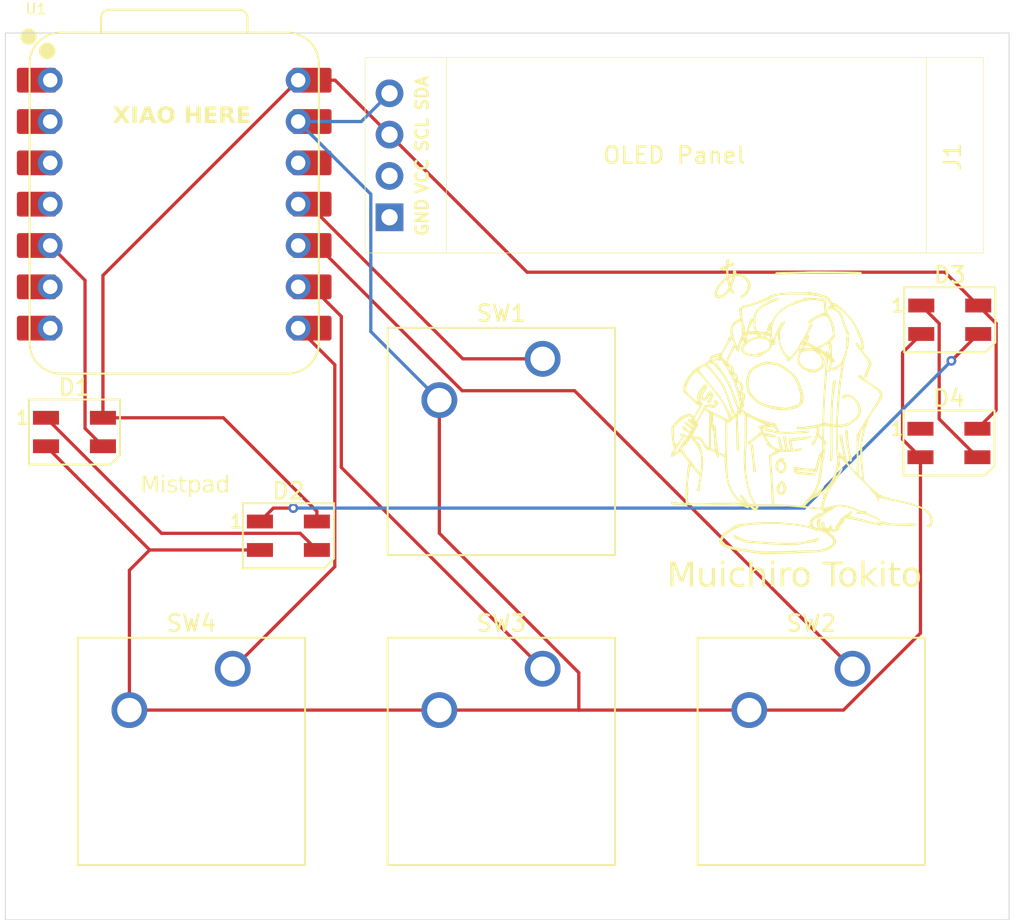
<source format=kicad_pcb>
(kicad_pcb (version 20241229) (generator "pcbnew") (generator_version "9.0")
  (layers (0 "F.Cu" signal) (2 "B.Cu" signal) (13 "F.Paste" user) (15 "B.Paste" user) (5 "F.SilkS" user "F.Silkscreen") (7 "B.SilkS" user "B.Silkscreen") (1 "F.Mask" user) (3 "B.Mask" user) (25 "Edge.Cuts" user))
  (net 0 "")
  (net 1 "+5V")
  (net 2 "Net-(D1-DIN)")
  (net 3 "Net-(D1-DOUT)")
  (net 4 "GND")
  (net 5 "Net-(U1-GPIO1{slash}RX)")
  (net 6 "Net-(U1-GPIO2{slash}SCK)")
  (net 7 "Net-(U1-GPIO4{slash}MISO)")
  (net 8 "Net-(U1-GPIO3{slash}MOSI)")
  (net 16 "SCL")
  (net 17 "SCD")
  (net 18 "Net-(D2-DOUT)")
  (net 19 "Net-(D3-DOUT)")
  (footprint "Button_Switch_Keyboard:SW_Cherry_MX_1.00u_PCB" (layer "F.Cu") (at 112.0775 102.07625)
    (property "Reference" "SW4" (at -2.54 -2.794 0) (layer "F.SilkS"))
    (property "Value" "SW_Push")
    (pad "" np_thru_hole circle (at -7.62 5.08) (size 1.7 1.7) (drill 1.7) (layers "*.Cu" "*.Mask"))
    (pad "" np_thru_hole circle (at -2.54 5.08) (size 4 4) (drill 4) (layers "*.Cu" "*.Mask"))
    (pad "" np_thru_hole circle (at 2.54 5.08) (size 1.7 1.7) (drill 1.7) (layers "*.Cu" "*.Mask"))
    (pad "1" thru_hole circle (at 0 0) (size 2.2 2.2) (drill 1.5) (layers "*.Cu" "*.Mask") (net 5 "Net-(U1-GPIO1{slash}RX)"))
    (pad "2" thru_hole circle (at -6.35 2.54) (size 2.2 2.2) (drill 1.5) (layers "*.Cu" "*.Mask") (net 4 "GND"))
  )
  (footprint "Button_Switch_Keyboard:SW_Cherry_MX_1.00u_PCB" (layer "F.Cu") (at 150.1775 102.07625)
    (property "Reference" "SW2" (at -2.54 -2.794 0) (layer "F.SilkS"))
    (property "Value" "SW_Push")
    (pad "" np_thru_hole circle (at -7.62 5.08) (size 1.7 1.7) (drill 1.7) (layers "*.Cu" "*.Mask"))
    (pad "" np_thru_hole circle (at -2.54 5.08) (size 4 4) (drill 4) (layers "*.Cu" "*.Mask"))
    (pad "" np_thru_hole circle (at 2.54 5.08) (size 1.7 1.7) (drill 1.7) (layers "*.Cu" "*.Mask"))
    (pad "1" thru_hole circle (at 0 0) (size 2.2 2.2) (drill 1.5) (layers "*.Cu" "*.Mask") (net 7 "Net-(U1-GPIO4{slash}MISO)"))
    (pad "2" thru_hole circle (at -6.35 2.54) (size 2.2 2.2) (drill 1.5) (layers "*.Cu" "*.Mask") (net 4 "GND"))
  )
  (footprint "OPL Lib:XIAO-RP2040-DIP" (layer "F.Cu") (at 108.48 73.52)
    (property "Reference" "U1" (at -8.5 -12 0) (layer "F.SilkS") (effects (font (size 0.635 0.635) (thickness 0.1016))))
    (property "Value" "XIAO-RP2040-DIP")
    (pad "1" smd roundrect (at -8.455 -7.62 180) (size 2.432 1.524) (layers "F.Cu" "F.Mask") (roundrect_rratio 0.1))
    (pad "1" thru_hole circle (at -7.62 -7.62 180) (size 1.524 1.524) (drill 0.889) (layers "*.Cu" "*.Mask"))
    (pad "2" smd roundrect (at -8.455 -5.08 180) (size 2.432 1.524) (layers "F.Cu" "F.Mask") (roundrect_rratio 0.1))
    (pad "2" thru_hole circle (at -7.62 -5.08 180) (size 1.524 1.524) (drill 0.889) (layers "*.Cu" "*.Mask"))
    (pad "3" smd roundrect (at -8.455 -2.54 180) (size 2.432 1.524) (layers "F.Cu" "F.Mask") (roundrect_rratio 0.1))
    (pad "3" thru_hole circle (at -7.62 -2.54 180) (size 1.524 1.524) (drill 0.889) (layers "*.Cu" "*.Mask"))
    (pad "4" smd roundrect (at -8.455 0 180) (size 2.432 1.524) (layers "F.Cu" "F.Mask") (roundrect_rratio 0.1))
    (pad "4" thru_hole circle (at -7.62 0 180) (size 1.524 1.524) (drill 0.889) (layers "*.Cu" "*.Mask"))
    (pad "5" smd roundrect (at -8.455 2.54 180) (size 2.432 1.524) (layers "F.Cu" "F.Mask") (roundrect_rratio 0.1) (net 2 "Net-(D1-DIN)"))
    (pad "5" thru_hole circle (at -7.62 2.54 180) (size 1.524 1.524) (drill 0.889) (layers "*.Cu" "*.Mask") (net 2 "Net-(D1-DIN)"))
    (pad "6" smd roundrect (at -8.455 5.08 180) (size 2.432 1.524) (layers "F.Cu" "F.Mask") (roundrect_rratio 0.1))
    (pad "6" thru_hole circle (at -7.62 5.08 180) (size 1.524 1.524) (drill 0.889) (layers "*.Cu" "*.Mask"))
    (pad "7" smd roundrect (at -8.455 7.62 180) (size 2.432 1.524) (layers "F.Cu" "F.Mask") (roundrect_rratio 0.1))
    (pad "7" thru_hole circle (at -7.62 7.62 180) (size 1.524 1.524) (drill 0.889) (layers "*.Cu" "*.Mask"))
    (pad "8" thru_hole circle (at 7.62 7.62) (size 1.524 1.524) (drill 0.889) (layers "*.Cu" "*.Mask") (net 5 "Net-(U1-GPIO1{slash}RX)"))
    (pad "8" smd roundrect (at 8.455 7.62) (size 2.432 1.524) (layers "F.Cu" "F.Mask") (roundrect_rratio 0.1) (net 5 "Net-(U1-GPIO1{slash}RX)"))
    (pad "9" thru_hole circle (at 7.62 5.08) (size 1.524 1.524) (drill 0.889) (layers "*.Cu" "*.Mask") (net 6 "Net-(U1-GPIO2{slash}SCK)"))
    (pad "9" smd roundrect (at 8.455 5.08) (size 2.432 1.524) (layers "F.Cu" "F.Mask") (roundrect_rratio 0.1) (net 6 "Net-(U1-GPIO2{slash}SCK)"))
    (pad "10" thru_hole circle (at 7.62 2.54) (size 1.524 1.524) (drill 0.889) (layers "*.Cu" "*.Mask") (net 7 "Net-(U1-GPIO4{slash}MISO)"))
    (pad "10" smd roundrect (at 8.455 2.54) (size 2.432 1.524) (layers "F.Cu" "F.Mask") (roundrect_rratio 0.1) (net 7 "Net-(U1-GPIO4{slash}MISO)"))
    (pad "11" thru_hole circle (at 7.62 0) (size 1.524 1.524) (drill 0.889) (layers "*.Cu" "*.Mask") (net 8 "Net-(U1-GPIO3{slash}MOSI)"))
    (pad "11" smd roundrect (at 8.455 0) (size 2.432 1.524) (layers "F.Cu" "F.Mask") (roundrect_rratio 0.1) (net 8 "Net-(U1-GPIO3{slash}MOSI)"))
    (pad "12" thru_hole circle (at 7.62 -2.54) (size 1.524 1.524) (drill 0.889) (layers "*.Cu" "*.Mask"))
    (pad "12" smd roundrect (at 8.455 -2.54) (size 2.432 1.524) (layers "F.Cu" "F.Mask") (roundrect_rratio 0.1))
    (pad "13" thru_hole circle (at 7.62 -5.08) (size 1.524 1.524) (drill 0.889) (layers "*.Cu" "*.Mask") (net 4 "GND"))
    (pad "13" smd roundrect (at 8.455 -5.08) (size 2.432 1.524) (layers "F.Cu" "F.Mask") (roundrect_rratio 0.1) (net 4 "GND"))
    (pad "14" thru_hole circle (at 7.62 -7.62) (size 1.524 1.524) (drill 0.889) (layers "*.Cu" "*.Mask") (net 1 "+5V"))
    (pad "14" smd roundrect (at 8.455 -7.62) (size 2.432 1.524) (layers "F.Cu" "F.Mask") (roundrect_rratio 0.1) (net 1 "+5V"))
  )
  (footprint "Design Lib:design" (layer "F.Cu") (at 146.6 86)
    (property "Reference" "Muichiro Tokito" (at 0 10.4 0) (layer "F.SilkS") (effects (font (size 1.5 1.5) (thickness 0.3))))
    (property "Value" "LOGO" (hide yes))
  )
  (footprint "LED_SMD:LED_SK6812MINI_PLCC4_3.5x3.5mm_P1.75mm" (layer "F.Cu") (at 156.15 80.625)
    (property "Reference" "D3" (at 0 -2.75 0) (layer "F.SilkS"))
    (property "Value" "SK6812MINI")
    (fp_text user "1" (at -3.2 -0.875 0) (layer "F.SilkS") (effects (font (size 0.8 0.8))))
    (pad "1" smd rect (at -1.75 -0.875) (size 1.6 0.85) (layers "F.Cu" "F.Mask" "F.Paste") (net 19 "Net-(D3-DOUT)"))
    (pad "2" smd rect (at -1.75 0.875) (size 1.6 0.85) (layers "F.Cu" "F.Mask" "F.Paste") (net 4 "GND"))
    (pad "3" smd rect (at 1.75 0.875) (size 1.6 0.85) (layers "F.Cu" "F.Mask" "F.Paste") (net 18 "Net-(D2-DOUT)"))
    (pad "4" smd rect (at 1.75 -0.875) (size 1.6 0.85) (layers "F.Cu" "F.Mask" "F.Paste") (net 1 "+5V"))
  )
  (footprint "Button_Switch_Keyboard:SW_Cherry_MX_1.00u_PCB" (layer "F.Cu") (at 131.1275 102.07625)
    (property "Reference" "SW3" (at -2.54 -2.794 0) (layer "F.SilkS"))
    (property "Value" "SW_Push")
    (pad "" np_thru_hole circle (at -7.62 5.08) (size 1.7 1.7) (drill 1.7) (layers "*.Cu" "*.Mask"))
    (pad "" np_thru_hole circle (at -2.54 5.08) (size 4 4) (drill 4) (layers "*.Cu" "*.Mask"))
    (pad "" np_thru_hole circle (at 2.54 5.08) (size 1.7 1.7) (drill 1.7) (layers "*.Cu" "*.Mask"))
    (pad "1" thru_hole circle (at 0 0) (size 2.2 2.2) (drill 1.5) (layers "*.Cu" "*.Mask") (net 6 "Net-(U1-GPIO2{slash}SCK)"))
    (pad "2" thru_hole circle (at -6.35 2.54) (size 2.2 2.2) (drill 1.5) (layers "*.Cu" "*.Mask") (net 4 "GND"))
  )
  (footprint "OLED Lib:SSD1306-0.91-OLED-4pin-128x32" (layer "F.Cu") (at 158.215 76.515 180)
    (property "Reference" "J1" (at 1.9 5.91 90) (layer "F.SilkS"))
    (property "Value" "OLED_DISP")
    (fp_text user "OLED Panel" (at 19 6 0) (layer "F.SilkS"))
    (fp_text user "VCC" (at 34.5 4.73 90) (layer "F.SilkS") (effects (font (size 0.75 0.75))))
    (fp_text user "GND" (at 34.5 2.19 90) (layer "F.SilkS") (effects (font (size 0.75 0.75))))
    (fp_text user "SDA" (at 34.5 9.81 90) (layer "F.SilkS") (effects (font (size 0.75 0.75))))
    (fp_text user "SCL" (at 34.5 7.27 90) (layer "F.SilkS") (effects (font (size 0.75 0.75))))
    (pad "1" thru_hole rect (at 36.5 2.19 180) (size 1.7 1.7) (drill 1) (layers "*.Cu" "*.Mask") (net 17 "SCD"))
    (pad "2" thru_hole oval (at 36.5 4.73 180) (size 1.7 1.7) (drill 1) (layers "*.Cu" "*.Mask") (net 16 "SCL"))
    (pad "3" thru_hole oval (at 36.5 7.27 180) (size 1.7 1.7) (drill 1) (layers "*.Cu" "*.Mask") (net 1 "+5V"))
    (pad "4" thru_hole oval (at 36.5 9.81 180) (size 1.7 1.7) (drill 1) (layers "*.Cu" "*.Mask") (net 4 "GND"))
  )
  (footprint "LED_SMD:LED_SK6812MINI_PLCC4_3.5x3.5mm_P1.75mm" (layer "F.Cu") (at 102.35 87.525)
    (property "Reference" "D1" (at 0 -2.75 0) (layer "F.SilkS"))
    (property "Value" "SK6812MINI")
    (fp_text user "1" (at -3.2 -0.875 0) (layer "F.SilkS") (effects (font (size 0.8 0.8))))
    (pad "1" smd rect (at -1.75 -0.875) (size 1.6 0.85) (layers "F.Cu" "F.Mask" "F.Paste") (net 3 "Net-(D1-DOUT)"))
    (pad "2" smd rect (at -1.75 0.875) (size 1.6 0.85) (layers "F.Cu" "F.Mask" "F.Paste") (net 4 "GND"))
    (pad "3" smd rect (at 1.75 0.875) (size 1.6 0.85) (layers "F.Cu" "F.Mask" "F.Paste") (net 2 "Net-(D1-DIN)"))
    (pad "4" smd rect (at 1.75 -0.875) (size 1.6 0.85) (layers "F.Cu" "F.Mask" "F.Paste") (net 1 "+5V"))
  )
  (footprint "LED_SMD:LED_SK6812MINI_PLCC4_3.5x3.5mm_P1.75mm" (layer "F.Cu") (at 115.5 93.9)
    (property "Reference" "D2" (at 0 -2.75 0) (layer "F.SilkS"))
    (property "Value" "SK6812MINI")
    (fp_text user "1" (at -3.2 -0.875 0) (layer "F.SilkS") (effects (font (size 0.8 0.8))))
    (pad "1" smd rect (at -1.75 -0.875) (size 1.6 0.85) (layers "F.Cu" "F.Mask" "F.Paste") (net 18 "Net-(D2-DOUT)"))
    (pad "2" smd rect (at -1.75 0.875) (size 1.6 0.85) (layers "F.Cu" "F.Mask" "F.Paste") (net 4 "GND"))
    (pad "3" smd rect (at 1.75 0.875) (size 1.6 0.85) (layers "F.Cu" "F.Mask" "F.Paste") (net 3 "Net-(D1-DOUT)"))
    (pad "4" smd rect (at 1.75 -0.875) (size 1.6 0.85) (layers "F.Cu" "F.Mask" "F.Paste") (net 1 "+5V"))
  )
  (footprint "LED_SMD:LED_SK6812MINI_PLCC4_3.5x3.5mm_P1.75mm" (layer "F.Cu") (at 156.1 88.2)
    (property "Reference" "D4" (at 0 -2.75 0) (layer "F.SilkS"))
    (property "Value" "SK6812MINI")
    (fp_text user "1" (at -3.2 -0.875 0) (layer "F.SilkS") (effects (font (size 0.8 0.8))))
    (pad "1" smd rect (at -1.75 -0.875) (size 1.6 0.85) (layers "F.Cu" "F.Mask" "F.Paste"))
    (pad "2" smd rect (at -1.75 0.875) (size 1.6 0.85) (layers "F.Cu" "F.Mask" "F.Paste") (net 4 "GND"))
    (pad "3" smd rect (at 1.75 0.875) (size 1.6 0.85) (layers "F.Cu" "F.Mask" "F.Paste") (net 19 "Net-(D3-DOUT)"))
    (pad "4" smd rect (at 1.75 -0.875) (size 1.6 0.85) (layers "F.Cu" "F.Mask" "F.Paste") (net 1 "+5V"))
  )
  (footprint "Button_Switch_Keyboard:SW_Cherry_MX_1.00u_PCB" (layer "F.Cu") (at 131.1275 83.02625)
    (property "Reference" "SW1" (at -2.54 -2.794 0) (layer "F.SilkS"))
    (property "Value" "SW_Push")
    (pad "" np_thru_hole circle (at -7.62 5.08) (size 1.7 1.7) (drill 1.7) (layers "*.Cu" "*.Mask"))
    (pad "" np_thru_hole circle (at -2.54 5.08) (size 4 4) (drill 4) (layers "*.Cu" "*.Mask"))
    (pad "" np_thru_hole circle (at 2.54 5.08) (size 1.7 1.7) (drill 1.7) (layers "*.Cu" "*.Mask"))
    (pad "1" thru_hole circle (at 0 0) (size 2.2 2.2) (drill 1.5) (layers "*.Cu" "*.Mask") (net 8 "Net-(U1-GPIO3{slash}MOSI)"))
    (pad "2" thru_hole circle (at -6.35 2.54) (size 2.2 2.2) (drill 1.5) (layers "*.Cu" "*.Mask") (net 4 "GND"))
  )
  (gr_rect (start 98.1 63) (end 159.8 117.5) (stroke (width 0.05)) (fill no) (layer "Edge.Cuts"))
  (gr_text "XIAO HERE" (at 104.7 68.7 0) (layer "F.SilkS") (effects (font (size 1 1) (thickness 0.125) (bold yes)) (justify left bottom)))
  (gr_text "Mistpad" (at 106.4 91.4 0) (layer "F.SilkS") (effects (font (size 1 1) (thickness 0.1)) (justify left bottom)))
  (segment (start 118.37 65.9) (end 116.1 65.9) (width 0.2) (layer "F.Cu") (net 1))
  (segment (start 104.1 86.65) (end 104.1 77.9) (width 0.2) (layer "F.Cu") (net 1))
  (segment (start 159.001 80.851) (end 157.9 79.75) (width 0.2) (layer "F.Cu") (net 1))
  (segment (start 157.85 87.325) (end 159.001 86.174) (width 0.2) (layer "F.Cu") (net 1))
  (segment (start 117.25 92.4) (end 111.5 86.65) (width 0.2) (layer "F.Cu") (net 1))
  (segment (start 159.001 86.174) (end 159.001 80.851) (width 0.2) (layer "F.Cu") (net 1))
  (segment (start 111.5 86.65) (end 104.1 86.65) (width 0.2) (layer "F.Cu") (net 1))
  (segment (start 155.85 77.7) (end 130.17 77.7) (width 0.2) (layer "F.Cu") (net 1))
  (segment (start 117.25 93.025) (end 117.25 92.4) (width 0.2) (layer "F.Cu") (net 1))
  (segment (start 121.715 69.245) (end 118.37 65.9) (width 0.2) (layer "F.Cu") (net 1))
  (segment (start 104.1 77.9) (end 116.1 65.9) (width 0.2) (layer "F.Cu") (net 1))
  (segment (start 130.17 77.7) (end 121.715 69.245) (width 0.2) (layer "F.Cu") (net 1))
  (segment (start 157.9 79.75) (end 155.85 77.7) (width 0.2) (layer "F.Cu") (net 1))
  (segment (start 103 78.2) (end 100.86 76.06) (width 0.2) (layer "F.Cu") (net 2))
  (segment (start 104.1 88.4) (end 103 87.3) (width 0.2) (layer "F.Cu") (net 2))
  (segment (start 103 87.3) (end 103 78.2) (width 0.2) (layer "F.Cu") (net 2))
  (segment (start 100.6 86.65) (end 107.701 93.751) (width 0.2) (layer "F.Cu") (net 3))
  (segment (start 116.226 93.751) (end 117.25 94.775) (width 0.2) (layer "F.Cu") (net 3))
  (segment (start 107.701 93.751) (end 116.226 93.751) (width 0.2) (layer "F.Cu") (net 3))
  (segment (start 154.35 99.885064) (end 154.35 89.075) (width 0.2) (layer "F.Cu") (net 4))
  (segment (start 105.7275 104.61625) (end 105.7275 96.0225) (width 0.2) (layer "F.Cu") (net 4))
  (segment (start 153.249 87.974) (end 154.35 89.075) (width 0.2) (layer "F.Cu") (net 4))
  (segment (start 105.7275 96.0225) (end 106.975 94.775) (width 0.2) (layer "F.Cu") (net 4))
  (segment (start 143.8275 104.61625) (end 149.618814 104.61625) (width 0.2) (layer "F.Cu") (net 4))
  (segment (start 113.75 94.775) (end 106.975 94.775) (width 0.2) (layer "F.Cu") (net 4))
  (segment (start 133.35 102.317436) (end 133.35 104.61625) (width 0.2) (layer "F.Cu") (net 4))
  (segment (start 124.7775 104.61625) (end 133.35 104.61625) (width 0.2) (layer "F.Cu") (net 4))
  (segment (start 149.618814 104.61625) (end 154.35 99.885064) (width 0.2) (layer "F.Cu") (net 4))
  (segment (start 154.4 81.5) (end 153.249 82.651) (width 0.2) (layer "F.Cu") (net 4))
  (segment (start 133.35 104.61625) (end 143.8275 104.61625) (width 0.2) (layer "F.Cu") (net 4))
  (segment (start 153.249 82.651) (end 153.249 87.974) (width 0.2) (layer "F.Cu") (net 4))
  (segment (start 105.7275 104.61625) (end 124.7775 104.61625) (width 0.2) (layer "F.Cu") (net 4))
  (segment (start 124.7775 85.56625) (end 124.7775 93.744936) (width 0.2) (layer "F.Cu") (net 4))
  (segment (start 124.7775 93.744936) (end 133.35 102.317436) (width 0.2) (layer "F.Cu") (net 4))
  (segment (start 106.975 94.775) (end 100.6 88.4) (width 0.2) (layer "F.Cu") (net 4))
  (segment (start 121.715 66.705) (end 119.98 68.44) (width 0.2) (layer "B.Cu") (net 4))
  (segment (start 124.7775 85.56625) (end 120.564 81.35275) (width 0.2) (layer "B.Cu") (net 4))
  (segment (start 120.564 81.35275) (end 120.564 72.904) (width 0.2) (layer "B.Cu") (net 4))
  (segment (start 120.564 72.904) (end 116.1 68.44) (width 0.2) (layer "B.Cu") (net 4))
  (segment (start 119.98 68.44) (end 116.1 68.44) (width 0.2) (layer "B.Cu") (net 4))
  (segment (start 112.0775 102.07625) (end 118.351 95.80275) (width 0.2) (layer "F.Cu") (net 5))
  (segment (start 118.351 83.391) (end 116.1 81.14) (width 0.2) (layer "F.Cu") (net 5))
  (segment (start 118.351 95.80275) (end 118.351 83.391) (width 0.2) (layer "F.Cu") (net 5))
  (segment (start 131.1275 102.07625) (end 118.752 89.70075) (width 0.2) (layer "F.Cu") (net 6))
  (segment (start 118.752 89.70075) (end 118.752 80.417) (width 0.2) (layer "F.Cu") (net 6))
  (segment (start 116.935 78.6) (end 116.1 78.6) (width 0.2) (layer "F.Cu") (net 6))
  (segment (start 118.752 80.417) (end 116.935 78.6) (width 0.2) (layer "F.Cu") (net 6))
  (segment (start 150.1775 102.07625) (end 133.087186 84.985936) (width 0.2) (layer "F.Cu") (net 7))
  (segment (start 126.1785 84.985936) (end 117.252564 76.06) (width 0.2) (layer "F.Cu") (net 7))
  (segment (start 117.252564 76.06) (end 116.1 76.06) (width 0.2) (layer "F.Cu") (net 7))
  (segment (start 133.087186 84.985936) (end 126.1785 84.985936) (width 0.2) (layer "F.Cu") (net 7))
  (segment (start 116.713626 73.52) (end 116.1 73.52) (width 0.2) (layer "F.Cu") (net 8))
  (segment (start 126.219876 83.02625) (end 116.713626 73.52) (width 0.2) (layer "F.Cu") (net 8))
  (segment (start 131.1275 83.02625) (end 126.219876 83.02625) (width 0.2) (layer "F.Cu") (net 8))
  (segment (start 114.575 92.2) (end 115.8 92.2) (width 0.2) (layer "F.Cu") (net 18))
  (segment (start 113.75 93.025) (end 114.575 92.2) (width 0.2) (layer "F.Cu") (net 18))
  (segment (start 156.25 83.15) (end 157.9 81.5) (width 0.2) (layer "F.Cu") (net 18))
  (via (at 115.8 92.2) (size 0.6) (drill 0.3) (layers "F.Cu" "B.Cu") (net 18))
  (via (at 156.25 83.15) (size 0.6) (drill 0.3) (layers "F.Cu" "B.Cu") (net 18))
  (segment (start 156.25 83.15) (end 147.2 92.2) (width 0.2) (layer "B.Cu") (net 18))
  (segment (start 147.2 92.2) (end 115.8 92.2) (width 0.2) (layer "B.Cu") (net 18))
  (segment (start 155.501 80.851) (end 154.4 79.75) (width 0.2) (layer "F.Cu") (net 19))
  (segment (start 157.85 89.075) (end 155.501 86.726) (width 0.2) (layer "F.Cu") (net 19))
  (segment (start 155.501 86.726) (end 155.501 80.851) (width 0.2) (layer "F.Cu") (net 19))
)
</source>
